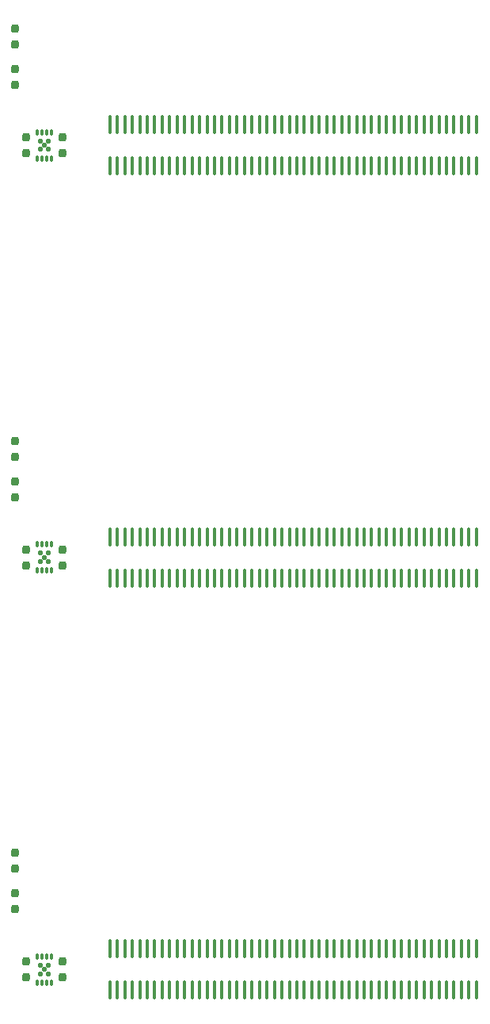
<source format=gtp>
G04 #@! TF.GenerationSoftware,KiCad,Pcbnew,8.0.6*
G04 #@! TF.CreationDate,2024-11-07T02:26:55-08:00*
G04 #@! TF.ProjectId,hvd-50-idc-panel,6876642d-3530-42d6-9964-632d70616e65,1*
G04 #@! TF.SameCoordinates,Original*
G04 #@! TF.FileFunction,Paste,Top*
G04 #@! TF.FilePolarity,Positive*
%FSLAX46Y46*%
G04 Gerber Fmt 4.6, Leading zero omitted, Abs format (unit mm)*
G04 Created by KiCad (PCBNEW 8.0.6) date 2024-11-07 02:26:55*
%MOMM*%
%LPD*%
G01*
G04 APERTURE LIST*
G04 Aperture macros list*
%AMRoundRect*
0 Rectangle with rounded corners*
0 $1 Rounding radius*
0 $2 $3 $4 $5 $6 $7 $8 $9 X,Y pos of 4 corners*
0 Add a 4 corners polygon primitive as box body*
4,1,4,$2,$3,$4,$5,$6,$7,$8,$9,$2,$3,0*
0 Add four circle primitives for the rounded corners*
1,1,$1+$1,$2,$3*
1,1,$1+$1,$4,$5*
1,1,$1+$1,$6,$7*
1,1,$1+$1,$8,$9*
0 Add four rect primitives between the rounded corners*
20,1,$1+$1,$2,$3,$4,$5,0*
20,1,$1+$1,$4,$5,$6,$7,0*
20,1,$1+$1,$6,$7,$8,$9,0*
20,1,$1+$1,$8,$9,$2,$3,0*%
G04 Aperture macros list end*
%ADD10RoundRect,0.200000X0.200000X-0.250000X0.200000X0.250000X-0.200000X0.250000X-0.200000X-0.250000X0*%
%ADD11RoundRect,0.200000X-0.200000X0.250000X-0.200000X-0.250000X0.200000X-0.250000X0.200000X0.250000X0*%
%ADD12RoundRect,0.125000X0.125000X-0.125000X0.125000X0.125000X-0.125000X0.125000X-0.125000X-0.125000X0*%
%ADD13RoundRect,0.046875X0.103125X-0.253125X0.103125X0.253125X-0.103125X0.253125X-0.103125X-0.253125X0*%
%ADD14RoundRect,0.100000X0.100000X0.900000X-0.100000X0.900000X-0.100000X-0.900000X0.100000X-0.900000X0*%
G04 APERTURE END LIST*
D10*
G04 #@! TO.C,R1*
X-62150000Y98152000D03*
X-62150000Y99852000D03*
G04 #@! TD*
D11*
G04 #@! TO.C,R2*
X-67200000Y23452000D03*
X-67200000Y21752000D03*
G04 #@! TD*
G04 #@! TO.C,R2*
X-67200000Y67452000D03*
X-67200000Y65752000D03*
G04 #@! TD*
D10*
G04 #@! TO.C,R3*
X-67200000Y105452000D03*
X-67200000Y107152000D03*
G04 #@! TD*
D12*
G04 #@! TO.C,U1*
X-64550000Y54552000D03*
X-63650000Y54552000D03*
X-64100000Y55002000D03*
X-64550000Y55452000D03*
X-63650000Y55452000D03*
D13*
X-64850001Y53602000D03*
X-64350000Y53602000D03*
X-63850000Y53602000D03*
X-63349999Y53602000D03*
X-63349999Y56402000D03*
X-63850000Y56402000D03*
X-64350000Y56402000D03*
X-64850001Y56402000D03*
G04 #@! TD*
D10*
G04 #@! TO.C,R3*
X-67200000Y61452000D03*
X-67200000Y63152000D03*
G04 #@! TD*
G04 #@! TO.C,R1*
X-62150000Y10152000D03*
X-62150000Y11852000D03*
G04 #@! TD*
D14*
G04 #@! TO.C,J1*
X-57100000Y8802000D03*
X-57100000Y13202000D03*
X-56300000Y8802000D03*
X-56300000Y13202000D03*
X-55500000Y8802000D03*
X-55500000Y13202000D03*
X-54700000Y8802000D03*
X-54700000Y13202000D03*
X-53900000Y8802000D03*
X-53900000Y13202000D03*
X-53100000Y8802000D03*
X-53100000Y13202000D03*
X-52300000Y8802000D03*
X-52300000Y13202000D03*
X-51500000Y8802000D03*
X-51500000Y13202000D03*
X-50700000Y8802000D03*
X-50700000Y13202000D03*
X-49900000Y8802000D03*
X-49900000Y13202000D03*
X-49100000Y8802000D03*
X-49100000Y13202000D03*
X-48300000Y8802000D03*
X-48300000Y13202000D03*
X-47500000Y8802000D03*
X-47500000Y13202000D03*
X-46700000Y8802000D03*
X-46700000Y13202000D03*
X-45900000Y8802000D03*
X-45900000Y13202000D03*
X-45100000Y8802000D03*
X-45100000Y13202000D03*
X-44300000Y8802000D03*
X-44300000Y13202000D03*
X-43500000Y8802000D03*
X-43500000Y13202000D03*
X-42700000Y8802000D03*
X-42700000Y13202000D03*
X-41900000Y8802000D03*
X-41900000Y13202000D03*
X-41100000Y8802000D03*
X-41100000Y13202000D03*
X-40300000Y8802000D03*
X-40300000Y13202000D03*
X-39500000Y8802000D03*
X-39500000Y13202000D03*
X-38700000Y8802000D03*
X-38700000Y13202000D03*
X-37900000Y8802000D03*
X-37900000Y13202000D03*
X-37100000Y8802000D03*
X-37100000Y13202000D03*
X-36300000Y8802000D03*
X-36300000Y13202000D03*
X-35500000Y8802000D03*
X-35500000Y13202000D03*
X-34700000Y8802000D03*
X-34700000Y13202000D03*
X-33900000Y8802000D03*
X-33900000Y13202000D03*
X-33100000Y8802000D03*
X-33100000Y13202000D03*
X-32300000Y8802000D03*
X-32300000Y13202000D03*
X-31500000Y8802000D03*
X-31500000Y13202000D03*
X-30700000Y8802000D03*
X-30700000Y13202000D03*
X-29900000Y8802000D03*
X-29900000Y13202000D03*
X-29100000Y8802000D03*
X-29100000Y13202000D03*
X-28300000Y8802000D03*
X-28300000Y13202000D03*
X-27500000Y8802000D03*
X-27500000Y13202000D03*
X-26700000Y8802000D03*
X-26700000Y13202000D03*
X-25900000Y8802000D03*
X-25900000Y13202000D03*
X-25100000Y8802000D03*
X-25100000Y13202000D03*
X-24300000Y8802000D03*
X-24300000Y13202000D03*
X-23500000Y8802000D03*
X-23500000Y13202000D03*
X-22700000Y8802000D03*
X-22700000Y13202000D03*
X-21900000Y8802000D03*
X-21900000Y13202000D03*
X-21100000Y8802000D03*
X-21100000Y13202000D03*
X-20300000Y8802000D03*
X-20300000Y13202000D03*
X-19500000Y8802000D03*
X-19500000Y13202000D03*
X-18700000Y8802000D03*
X-18700000Y13202000D03*
X-17900000Y8802000D03*
X-17900000Y13202000D03*
G04 #@! TD*
D10*
G04 #@! TO.C,R3*
X-67200000Y17452000D03*
X-67200000Y19152000D03*
G04 #@! TD*
D14*
G04 #@! TO.C,J1*
X-57100000Y96802000D03*
X-57100000Y101202000D03*
X-56300000Y96802000D03*
X-56300000Y101202000D03*
X-55500000Y96802000D03*
X-55500000Y101202000D03*
X-54700000Y96802000D03*
X-54700000Y101202000D03*
X-53900000Y96802000D03*
X-53900000Y101202000D03*
X-53100000Y96802000D03*
X-53100000Y101202000D03*
X-52300000Y96802000D03*
X-52300000Y101202000D03*
X-51500000Y96802000D03*
X-51500000Y101202000D03*
X-50700000Y96802000D03*
X-50700000Y101202000D03*
X-49900000Y96802000D03*
X-49900000Y101202000D03*
X-49100000Y96802000D03*
X-49100000Y101202000D03*
X-48300000Y96802000D03*
X-48300000Y101202000D03*
X-47500000Y96802000D03*
X-47500000Y101202000D03*
X-46700000Y96802000D03*
X-46700000Y101202000D03*
X-45900000Y96802000D03*
X-45900000Y101202000D03*
X-45100000Y96802000D03*
X-45100000Y101202000D03*
X-44300000Y96802000D03*
X-44300000Y101202000D03*
X-43500000Y96802000D03*
X-43500000Y101202000D03*
X-42700000Y96802000D03*
X-42700000Y101202000D03*
X-41900000Y96802000D03*
X-41900000Y101202000D03*
X-41100000Y96802000D03*
X-41100000Y101202000D03*
X-40300000Y96802000D03*
X-40300000Y101202000D03*
X-39500000Y96802000D03*
X-39500000Y101202000D03*
X-38700000Y96802000D03*
X-38700000Y101202000D03*
X-37900000Y96802000D03*
X-37900000Y101202000D03*
X-37100000Y96802000D03*
X-37100000Y101202000D03*
X-36300000Y96802000D03*
X-36300000Y101202000D03*
X-35500000Y96802000D03*
X-35500000Y101202000D03*
X-34700000Y96802000D03*
X-34700000Y101202000D03*
X-33900000Y96802000D03*
X-33900000Y101202000D03*
X-33100000Y96802000D03*
X-33100000Y101202000D03*
X-32300000Y96802000D03*
X-32300000Y101202000D03*
X-31500000Y96802000D03*
X-31500000Y101202000D03*
X-30700000Y96802000D03*
X-30700000Y101202000D03*
X-29900000Y96802000D03*
X-29900000Y101202000D03*
X-29100000Y96802000D03*
X-29100000Y101202000D03*
X-28300000Y96802000D03*
X-28300000Y101202000D03*
X-27500000Y96802000D03*
X-27500000Y101202000D03*
X-26700000Y96802000D03*
X-26700000Y101202000D03*
X-25900000Y96802000D03*
X-25900000Y101202000D03*
X-25100000Y96802000D03*
X-25100000Y101202000D03*
X-24300000Y96802000D03*
X-24300000Y101202000D03*
X-23500000Y96802000D03*
X-23500000Y101202000D03*
X-22700000Y96802000D03*
X-22700000Y101202000D03*
X-21900000Y96802000D03*
X-21900000Y101202000D03*
X-21100000Y96802000D03*
X-21100000Y101202000D03*
X-20300000Y96802000D03*
X-20300000Y101202000D03*
X-19500000Y96802000D03*
X-19500000Y101202000D03*
X-18700000Y96802000D03*
X-18700000Y101202000D03*
X-17900000Y96802000D03*
X-17900000Y101202000D03*
G04 #@! TD*
D10*
G04 #@! TO.C,C1*
X-66050000Y98152000D03*
X-66050000Y99852000D03*
G04 #@! TD*
G04 #@! TO.C,C1*
X-66050000Y10152000D03*
X-66050000Y11852000D03*
G04 #@! TD*
D12*
G04 #@! TO.C,U1*
X-64550000Y98552000D03*
X-63650000Y98552000D03*
X-64100000Y99002000D03*
X-64550000Y99452000D03*
X-63650000Y99452000D03*
D13*
X-64850001Y97602000D03*
X-64350000Y97602000D03*
X-63850000Y97602000D03*
X-63349999Y97602000D03*
X-63349999Y100402000D03*
X-63850000Y100402000D03*
X-64350000Y100402000D03*
X-64850001Y100402000D03*
G04 #@! TD*
D14*
G04 #@! TO.C,J1*
X-57100000Y52802000D03*
X-57100000Y57202000D03*
X-56300000Y52802000D03*
X-56300000Y57202000D03*
X-55500000Y52802000D03*
X-55500000Y57202000D03*
X-54700000Y52802000D03*
X-54700000Y57202000D03*
X-53900000Y52802000D03*
X-53900000Y57202000D03*
X-53100000Y52802000D03*
X-53100000Y57202000D03*
X-52300000Y52802000D03*
X-52300000Y57202000D03*
X-51500000Y52802000D03*
X-51500000Y57202000D03*
X-50700000Y52802000D03*
X-50700000Y57202000D03*
X-49900000Y52802000D03*
X-49900000Y57202000D03*
X-49100000Y52802000D03*
X-49100000Y57202000D03*
X-48300000Y52802000D03*
X-48300000Y57202000D03*
X-47500000Y52802000D03*
X-47500000Y57202000D03*
X-46700000Y52802000D03*
X-46700000Y57202000D03*
X-45900000Y52802000D03*
X-45900000Y57202000D03*
X-45100000Y52802000D03*
X-45100000Y57202000D03*
X-44300000Y52802000D03*
X-44300000Y57202000D03*
X-43500000Y52802000D03*
X-43500000Y57202000D03*
X-42700000Y52802000D03*
X-42700000Y57202000D03*
X-41900000Y52802000D03*
X-41900000Y57202000D03*
X-41100000Y52802000D03*
X-41100000Y57202000D03*
X-40300000Y52802000D03*
X-40300000Y57202000D03*
X-39500000Y52802000D03*
X-39500000Y57202000D03*
X-38700000Y52802000D03*
X-38700000Y57202000D03*
X-37900000Y52802000D03*
X-37900000Y57202000D03*
X-37100000Y52802000D03*
X-37100000Y57202000D03*
X-36300000Y52802000D03*
X-36300000Y57202000D03*
X-35500000Y52802000D03*
X-35500000Y57202000D03*
X-34700000Y52802000D03*
X-34700000Y57202000D03*
X-33900000Y52802000D03*
X-33900000Y57202000D03*
X-33100000Y52802000D03*
X-33100000Y57202000D03*
X-32300000Y52802000D03*
X-32300000Y57202000D03*
X-31500000Y52802000D03*
X-31500000Y57202000D03*
X-30700000Y52802000D03*
X-30700000Y57202000D03*
X-29900000Y52802000D03*
X-29900000Y57202000D03*
X-29100000Y52802000D03*
X-29100000Y57202000D03*
X-28300000Y52802000D03*
X-28300000Y57202000D03*
X-27500000Y52802000D03*
X-27500000Y57202000D03*
X-26700000Y52802000D03*
X-26700000Y57202000D03*
X-25900000Y52802000D03*
X-25900000Y57202000D03*
X-25100000Y52802000D03*
X-25100000Y57202000D03*
X-24300000Y52802000D03*
X-24300000Y57202000D03*
X-23500000Y52802000D03*
X-23500000Y57202000D03*
X-22700000Y52802000D03*
X-22700000Y57202000D03*
X-21900000Y52802000D03*
X-21900000Y57202000D03*
X-21100000Y52802000D03*
X-21100000Y57202000D03*
X-20300000Y52802000D03*
X-20300000Y57202000D03*
X-19500000Y52802000D03*
X-19500000Y57202000D03*
X-18700000Y52802000D03*
X-18700000Y57202000D03*
X-17900000Y52802000D03*
X-17900000Y57202000D03*
G04 #@! TD*
D12*
G04 #@! TO.C,U1*
X-64550000Y10552000D03*
X-63650000Y10552000D03*
X-64100000Y11002000D03*
X-64550000Y11452000D03*
X-63650000Y11452000D03*
D13*
X-64850001Y9602000D03*
X-64350000Y9602000D03*
X-63850000Y9602000D03*
X-63349999Y9602000D03*
X-63349999Y12402000D03*
X-63850000Y12402000D03*
X-64350000Y12402000D03*
X-64850001Y12402000D03*
G04 #@! TD*
D10*
G04 #@! TO.C,R1*
X-62150000Y54152000D03*
X-62150000Y55852000D03*
G04 #@! TD*
D11*
G04 #@! TO.C,R2*
X-67200000Y111452000D03*
X-67200000Y109752000D03*
G04 #@! TD*
D10*
G04 #@! TO.C,C1*
X-66050000Y54152000D03*
X-66050000Y55852000D03*
G04 #@! TD*
M02*

</source>
